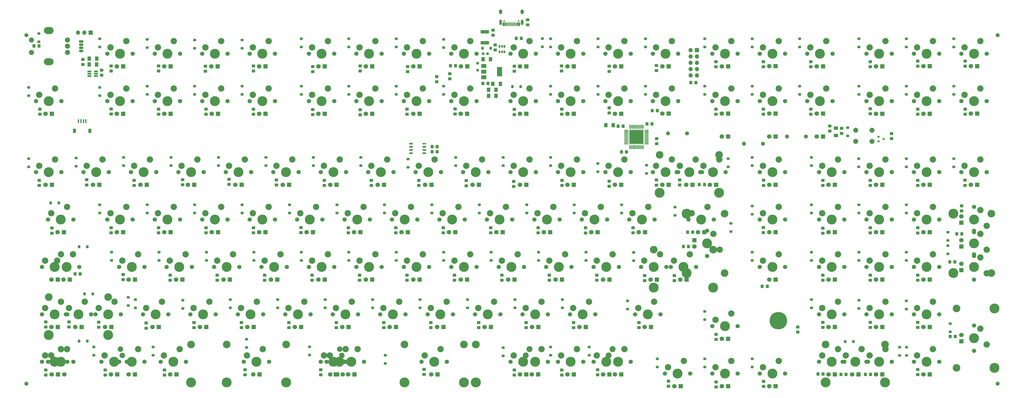
<source format=gbr>
G04 #@! TF.GenerationSoftware,KiCad,Pcbnew,(6.0.0)*
G04 #@! TF.CreationDate,2022-01-14T13:14:56-05:00*
G04 #@! TF.ProjectId,Boston-keyboard-V06-1J,426f7374-6f6e-42d6-9b65-79626f617264,rev?*
G04 #@! TF.SameCoordinates,Original*
G04 #@! TF.FileFunction,Soldermask,Bot*
G04 #@! TF.FilePolarity,Negative*
%FSLAX46Y46*%
G04 Gerber Fmt 4.6, Leading zero omitted, Abs format (unit mm)*
G04 Created by KiCad (PCBNEW (6.0.0)) date 2022-01-14 13:14:56*
%MOMM*%
%LPD*%
G01*
G04 APERTURE LIST*
G04 Aperture macros list*
%AMRoundRect*
0 Rectangle with rounded corners*
0 $1 Rounding radius*
0 $2 $3 $4 $5 $6 $7 $8 $9 X,Y pos of 4 corners*
0 Add a 4 corners polygon primitive as box body*
4,1,4,$2,$3,$4,$5,$6,$7,$8,$9,$2,$3,0*
0 Add four circle primitives for the rounded corners*
1,1,$1+$1,$2,$3*
1,1,$1+$1,$4,$5*
1,1,$1+$1,$6,$7*
1,1,$1+$1,$8,$9*
0 Add four rect primitives between the rounded corners*
20,1,$1+$1,$2,$3,$4,$5,0*
20,1,$1+$1,$4,$5,$6,$7,0*
20,1,$1+$1,$6,$7,$8,$9,0*
20,1,$1+$1,$8,$9,$2,$3,0*%
G04 Aperture macros list end*
%ADD10R,1.800000X1.800000*%
%ADD11C,1.800000*%
%ADD12R,2.200000X1.800000*%
%ADD13C,0.800000*%
%ADD14C,7.000000*%
%ADD15C,1.600000*%
%ADD16O,1.600000X1.600000*%
%ADD17C,1.596000*%
%ADD18R,1.700000X1.700000*%
%ADD19O,1.700000X1.700000*%
%ADD20O,2.768600X1.651000*%
%ADD21C,1.016000*%
%ADD22C,2.032000*%
%ADD23O,3.900000X2.799999*%
%ADD24R,1.800000X1.070000*%
%ADD25O,1.800000X1.070000*%
%ADD26RoundRect,0.249999X-0.325001X-0.450001X0.325001X-0.450001X0.325001X0.450001X-0.325001X0.450001X0*%
%ADD27RoundRect,0.250000X-0.350000X0.250000X-0.350000X-0.250000X0.350000X-0.250000X0.350000X0.250000X0*%
%ADD28C,3.987800*%
%ADD29C,1.701800*%
%ADD30C,2.540000*%
%ADD31RoundRect,0.249999X0.325001X0.450001X-0.325001X0.450001X-0.325001X-0.450001X0.325001X-0.450001X0*%
%ADD32RoundRect,0.250001X-0.462499X-0.624999X0.462499X-0.624999X0.462499X0.624999X-0.462499X0.624999X0*%
%ADD33RoundRect,0.249999X-0.450001X0.325001X-0.450001X-0.325001X0.450001X-0.325001X0.450001X0.325001X0*%
%ADD34C,3.048000*%
%ADD35RoundRect,0.250000X-0.450000X0.325000X-0.450000X-0.325000X0.450000X-0.325000X0.450000X0.325000X0*%
%ADD36RoundRect,0.250000X0.325000X0.450000X-0.325000X0.450000X-0.325000X-0.450000X0.325000X-0.450000X0*%
%ADD37RoundRect,0.250000X0.250000X0.350000X-0.250000X0.350000X-0.250000X-0.350000X0.250000X-0.350000X0*%
%ADD38C,2.400000*%
%ADD39RoundRect,0.249999X0.450001X-0.325001X0.450001X0.325001X-0.450001X0.325001X-0.450001X-0.325001X0*%
%ADD40R,2.000000X1.500000*%
%ADD41R,2.000000X3.800000*%
%ADD42R,1.550000X0.600000*%
%ADD43RoundRect,0.300000X0.475000X0.000000X-0.475000X0.000000X-0.475000X0.000000X0.475000X0.000000X0*%
%ADD44R,1.100000X1.100000*%
%ADD45C,2.200000*%
%ADD46C,0.650000*%
%ADD47RoundRect,0.150000X-0.150000X-0.575000X0.150000X-0.575000X0.150000X0.575000X-0.150000X0.575000X0*%
%ADD48RoundRect,0.075000X-0.075000X-0.650000X0.075000X-0.650000X0.075000X0.650000X-0.075000X0.650000X0*%
%ADD49O,1.300000X1.900000*%
%ADD50O,1.100000X2.200000*%
%ADD51RoundRect,0.237500X0.287500X0.237500X-0.287500X0.237500X-0.287500X-0.237500X0.287500X-0.237500X0*%
%ADD52RoundRect,0.250001X-0.624999X0.462499X-0.624999X-0.462499X0.624999X-0.462499X0.624999X0.462499X0*%
%ADD53C,2.000000*%
%ADD54O,5.000000X1.701800*%
%ADD55RoundRect,0.250000X0.450000X-0.325000X0.450000X0.325000X-0.450000X0.325000X-0.450000X-0.325000X0*%
%ADD56RoundRect,0.250000X-0.250000X-0.350000X0.250000X-0.350000X0.250000X0.350000X-0.250000X0.350000X0*%
%ADD57RoundRect,0.075000X0.662500X0.075000X-0.662500X0.075000X-0.662500X-0.075000X0.662500X-0.075000X0*%
%ADD58RoundRect,0.075000X0.075000X0.662500X-0.075000X0.662500X-0.075000X-0.662500X0.075000X-0.662500X0*%
%ADD59RoundRect,0.250000X-0.325000X-0.450000X0.325000X-0.450000X0.325000X0.450000X-0.325000X0.450000X0*%
%ADD60RoundRect,0.250000X1.450000X-0.400000X1.450000X0.400000X-1.450000X0.400000X-1.450000X-0.400000X0*%
%ADD61R,1.560000X0.650000*%
%ADD62R,0.600000X1.550000*%
%ADD63C,0.500000*%
%ADD64R,1.200000X1.800000*%
%ADD65RoundRect,0.062500X0.375000X0.062500X-0.375000X0.062500X-0.375000X-0.062500X0.375000X-0.062500X0*%
%ADD66RoundRect,0.062500X0.062500X0.375000X-0.062500X0.375000X-0.062500X-0.375000X0.062500X-0.375000X0*%
%ADD67R,5.600000X5.600000*%
%ADD68R,0.900000X0.800000*%
%ADD69R,0.650000X1.060000*%
G04 APERTURE END LIST*
D10*
X69657600Y-168280000D03*
D11*
X72197600Y-168280000D03*
D12*
X181420000Y-168280000D03*
D11*
X183960000Y-168280000D03*
D10*
X381595000Y-130180000D03*
D11*
X379055000Y-130180000D03*
D10*
X181570000Y-92080000D03*
D11*
X179030000Y-92080000D03*
D10*
X419695000Y-168280000D03*
D11*
X417155000Y-168280000D03*
D13*
X360749655Y-144793345D03*
X358893500Y-149274500D03*
X361518500Y-146649500D03*
X357037345Y-148505655D03*
X357037345Y-144793345D03*
X358893500Y-144024500D03*
X360749655Y-148505655D03*
D14*
X358893500Y-146649500D03*
D13*
X356268500Y-146649500D03*
D10*
X253007500Y-130180000D03*
D11*
X250467500Y-130180000D03*
D10*
X69657600Y-168280000D03*
D11*
X67117600Y-168280000D03*
D10*
X238720000Y-92080000D03*
D11*
X236180000Y-92080000D03*
D10*
X152995000Y-111130000D03*
D11*
X150455000Y-111130000D03*
D10*
X333970000Y-92080000D03*
D11*
X331430000Y-92080000D03*
D10*
X167282500Y-149230000D03*
D11*
X164742500Y-149230000D03*
D10*
X233957500Y-63505000D03*
D11*
X231417500Y-63505000D03*
D10*
X338732500Y-153992500D03*
D11*
X336192500Y-153992500D03*
D10*
X419695000Y-92080000D03*
D11*
X417155000Y-92080000D03*
D10*
X438745000Y-44429600D03*
D11*
X436205000Y-44429600D03*
D10*
X114895000Y-63505000D03*
D11*
X112355000Y-63505000D03*
D10*
X195857500Y-44455000D03*
D11*
X193317500Y-44455000D03*
D10*
X114895000Y-111130000D03*
D11*
X112355000Y-111130000D03*
D10*
X400645000Y-63530400D03*
D11*
X398105000Y-63530400D03*
D10*
X419695000Y-44429600D03*
D11*
X417155000Y-44429600D03*
D10*
X381595000Y-149230000D03*
D11*
X379055000Y-149230000D03*
D10*
X276820000Y-168280000D03*
D11*
X274280000Y-168280000D03*
D10*
X233995600Y-44455000D03*
D11*
X231455600Y-44455000D03*
D10*
X432395000Y-107320000D03*
D11*
X432395000Y-104780000D03*
D10*
X138707500Y-130180000D03*
D11*
X136167500Y-130180000D03*
D10*
X210145000Y-111130000D03*
D11*
X207605000Y-111130000D03*
D10*
X314915000Y-92062500D03*
D11*
X312375000Y-92062500D03*
D10*
X257770000Y-44455000D03*
D11*
X255230000Y-44455000D03*
D10*
X329207500Y-111130000D03*
D11*
X326667500Y-111130000D03*
D10*
X67270000Y-92080000D03*
D11*
X64730000Y-92080000D03*
D10*
X357782500Y-111130000D03*
D11*
X355242500Y-111130000D03*
D10*
X91082500Y-149230000D03*
D11*
X88542500Y-149230000D03*
D10*
X381595000Y-92080000D03*
D11*
X379055000Y-92080000D03*
D10*
X119657500Y-130180000D03*
D11*
X117117500Y-130180000D03*
D10*
X419695000Y-149230000D03*
D11*
X417155000Y-149230000D03*
D10*
X257770000Y-63505000D03*
D11*
X255230000Y-63505000D03*
D10*
X314920000Y-63500000D03*
D11*
X312380000Y-63500000D03*
D10*
X438745000Y-63479600D03*
D11*
X436205000Y-63479600D03*
D10*
X338732500Y-72712500D03*
D11*
X336192500Y-72712500D03*
D10*
X432395000Y-116845000D03*
D11*
X432395000Y-114305000D03*
D10*
X219670000Y-92080000D03*
D11*
X217130000Y-92080000D03*
D10*
X69651250Y-130180000D03*
D11*
X67111250Y-130180000D03*
D10*
X114895000Y-44455000D03*
D11*
X112355000Y-44455000D03*
D10*
X432395000Y-154945000D03*
D11*
X432395000Y-152405000D03*
D10*
X152995000Y-44455000D03*
D11*
X150455000Y-44455000D03*
D10*
X205382500Y-149230000D03*
D11*
X202842500Y-149230000D03*
D10*
X214907500Y-44455000D03*
D11*
X212367500Y-44455000D03*
D10*
X105370000Y-92080000D03*
D11*
X102830000Y-92080000D03*
D10*
X295870000Y-63505000D03*
D11*
X293330000Y-63505000D03*
D15*
X352700000Y-75600000D03*
D16*
X345080000Y-75600000D03*
D10*
X338745200Y-44455000D03*
D11*
X336205200Y-44455000D03*
D10*
X200620000Y-92080000D03*
D11*
X198080000Y-92080000D03*
D10*
X419695000Y-63530400D03*
D11*
X417155000Y-63530400D03*
D10*
X93463750Y-168280000D03*
D11*
X90923750Y-168280000D03*
D10*
X438745000Y-92080000D03*
D11*
X436205000Y-92080000D03*
D10*
X186332500Y-149230000D03*
D11*
X183792500Y-149230000D03*
D10*
X276820000Y-92080000D03*
D11*
X274280000Y-92080000D03*
D12*
X181570000Y-168280000D03*
D11*
X179030000Y-168280000D03*
D10*
X357782500Y-130180000D03*
D11*
X355242500Y-130180000D03*
D17*
X447000000Y-32000000D03*
D10*
X357782500Y-72712500D03*
D11*
X355242500Y-72712500D03*
D10*
X338732500Y-63500000D03*
D11*
X336192500Y-63500000D03*
D10*
X95845000Y-63505000D03*
D11*
X93305000Y-63505000D03*
D10*
X176807500Y-44455000D03*
D11*
X174267500Y-44455000D03*
D10*
X172045000Y-111130000D03*
D11*
X169505000Y-111130000D03*
D10*
X176807500Y-63505000D03*
D11*
X174267500Y-63505000D03*
D10*
X176807500Y-130180000D03*
D11*
X174267500Y-130180000D03*
D10*
X381595000Y-168280000D03*
D11*
X379055000Y-168280000D03*
D10*
X276820000Y-63505000D03*
D11*
X274280000Y-63505000D03*
D10*
X325238750Y-114305000D03*
D11*
X325238750Y-116845000D03*
D10*
X100594800Y-168305400D03*
D11*
X98054800Y-168305400D03*
D10*
X69651250Y-149230000D03*
D11*
X67111250Y-149230000D03*
D10*
X400645000Y-130180000D03*
D11*
X398105000Y-130180000D03*
D10*
X150609000Y-168262000D03*
D11*
X148069000Y-168262000D03*
D10*
X222060000Y-168265000D03*
D11*
X219520000Y-168265000D03*
D10*
X162520000Y-92080000D03*
D11*
X159980000Y-92080000D03*
D10*
X248245000Y-111130000D03*
D11*
X245705000Y-111130000D03*
D10*
X400645000Y-149230000D03*
D11*
X398105000Y-149230000D03*
D10*
X400645000Y-92080000D03*
D11*
X398105000Y-92080000D03*
D18*
X82825000Y-30950000D03*
D19*
X80285000Y-30950000D03*
X77745000Y-30950000D03*
D10*
X95845000Y-44455000D03*
D11*
X93305000Y-44455000D03*
D17*
X57000000Y-172000000D03*
D10*
X257770000Y-92080000D03*
D11*
X255230000Y-92080000D03*
D10*
X291094800Y-168280000D03*
D11*
X288554800Y-168280000D03*
D10*
X157757500Y-130180000D03*
D11*
X155217500Y-130180000D03*
D10*
X191095000Y-111130000D03*
D11*
X188555000Y-111130000D03*
D10*
X400645000Y-44480400D03*
D11*
X398105000Y-44480400D03*
D10*
X110132500Y-149230000D03*
D11*
X107592500Y-149230000D03*
D10*
X67270000Y-63530400D03*
D11*
X64730000Y-63530400D03*
D10*
X357800000Y-63500000D03*
D11*
X355260000Y-63500000D03*
D10*
X319682500Y-173042500D03*
D11*
X317142500Y-173042500D03*
D10*
X262519800Y-168254600D03*
D11*
X259979800Y-168254600D03*
D10*
X295870000Y-168280000D03*
D11*
X293330000Y-168280000D03*
D10*
X322063750Y-130180000D03*
D11*
X319523750Y-130180000D03*
D10*
X276820000Y-44455000D03*
D11*
X274280000Y-44455000D03*
D10*
X357782500Y-92080000D03*
D11*
X355242500Y-92080000D03*
D10*
X224432500Y-149230000D03*
D11*
X221892500Y-149230000D03*
D10*
X229195000Y-111130000D03*
D11*
X226655000Y-111130000D03*
D10*
X357782500Y-173042500D03*
D11*
X355242500Y-173042500D03*
D10*
X133818000Y-44455000D03*
D11*
X131278000Y-44455000D03*
D17*
X57000000Y-32000000D03*
D10*
X262532500Y-149230000D03*
D11*
X259992500Y-149230000D03*
D10*
X432395000Y-126370000D03*
D11*
X432395000Y-123830000D03*
D10*
X188707400Y-168280000D03*
D11*
X186167400Y-168280000D03*
D10*
X324445000Y-92080000D03*
D11*
X321905000Y-92080000D03*
D10*
X100607500Y-130180000D03*
D11*
X98067500Y-130180000D03*
D10*
X376832500Y-63500000D03*
D11*
X374292500Y-63500000D03*
D10*
X419695000Y-130180000D03*
D11*
X417155000Y-130180000D03*
D10*
X419695000Y-111130000D03*
D11*
X417155000Y-111130000D03*
D10*
X72032500Y-111130000D03*
D11*
X69492500Y-111130000D03*
D10*
X291107500Y-130180000D03*
D11*
X288567500Y-130180000D03*
D10*
X338732500Y-173042500D03*
D11*
X336192500Y-173042500D03*
D10*
X286345000Y-111130000D03*
D11*
X283805000Y-111130000D03*
D20*
X66000000Y-30125000D03*
D21*
X59000000Y-38875000D03*
X73500000Y-33875000D03*
X73500000Y-38875000D03*
X73500000Y-36375000D03*
D20*
X66000000Y-42625000D03*
D21*
X59000000Y-33875000D03*
D22*
X73500000Y-38875000D03*
X73500000Y-33875000D03*
X73500000Y-36375000D03*
D23*
X66000000Y-30125000D03*
X66000000Y-42625000D03*
D22*
X59000000Y-38875000D03*
X59000000Y-33875000D03*
D10*
X307776250Y-149230000D03*
D11*
X305236250Y-149230000D03*
D10*
X152995000Y-63505000D03*
D11*
X150455000Y-63505000D03*
D10*
X272057500Y-130180000D03*
D11*
X269517500Y-130180000D03*
D10*
X124420000Y-92080000D03*
D11*
X121880000Y-92080000D03*
D10*
X233957500Y-130180000D03*
D11*
X231417500Y-130180000D03*
D10*
X117282600Y-168280000D03*
D11*
X114742600Y-168280000D03*
D10*
X314920000Y-44455000D03*
D11*
X312380000Y-44455000D03*
D10*
X257770000Y-168280000D03*
D11*
X255230000Y-168280000D03*
D10*
X133945000Y-63505000D03*
D11*
X131405000Y-63505000D03*
D10*
X129182500Y-149230000D03*
D11*
X126642500Y-149230000D03*
D10*
X305395000Y-111130000D03*
D11*
X302855000Y-111130000D03*
D10*
X295870000Y-44455000D03*
D11*
X293330000Y-44455000D03*
D15*
X370000000Y-72700000D03*
D16*
X362380000Y-72700000D03*
D10*
X214907500Y-130180000D03*
D11*
X212367500Y-130180000D03*
D10*
X79176250Y-149230000D03*
D11*
X76636250Y-149230000D03*
D10*
X400645000Y-168280000D03*
D11*
X398105000Y-168280000D03*
D10*
X281582500Y-149230000D03*
D11*
X279042500Y-149230000D03*
D10*
X357782500Y-44429600D03*
D11*
X355242500Y-44429600D03*
D10*
X143470000Y-92080000D03*
D11*
X140930000Y-92080000D03*
D10*
X391120000Y-168280000D03*
D11*
X388580000Y-168280000D03*
D10*
X310157500Y-130180000D03*
D11*
X307617500Y-130180000D03*
D10*
X295870000Y-92080000D03*
D11*
X293330000Y-92080000D03*
D10*
X95845000Y-111130000D03*
D11*
X93305000Y-111130000D03*
D18*
X326250000Y-38000000D03*
D19*
X323710000Y-38000000D03*
X326250000Y-40540000D03*
X323710000Y-40540000D03*
X326250000Y-43080000D03*
X323710000Y-43080000D03*
X326250000Y-45620000D03*
X323710000Y-45620000D03*
X326250000Y-48160000D03*
X323710000Y-48160000D03*
D24*
X79000000Y-34470000D03*
D25*
X79000000Y-35740000D03*
X79000000Y-37010000D03*
X79000000Y-38280000D03*
D10*
X74413750Y-130180000D03*
D11*
X71873750Y-130180000D03*
D10*
X214907500Y-63505000D03*
D11*
X212367500Y-63505000D03*
D10*
X376832500Y-72712500D03*
D11*
X374292500Y-72712500D03*
D15*
X322220000Y-71400000D03*
D16*
X314600000Y-71400000D03*
D10*
X376832500Y-44480400D03*
D11*
X374292500Y-44480400D03*
D10*
X86320000Y-92080000D03*
D11*
X83780000Y-92080000D03*
D10*
X267295000Y-111130000D03*
D11*
X264755000Y-111130000D03*
D10*
X243482500Y-149230000D03*
D11*
X240942500Y-149230000D03*
D10*
X133945000Y-111130000D03*
D11*
X131405000Y-111130000D03*
D10*
X195857500Y-130180000D03*
D11*
X193317500Y-130180000D03*
D10*
X381595000Y-111130000D03*
D11*
X379055000Y-111130000D03*
D17*
X447000000Y-172000000D03*
D10*
X148232500Y-149230000D03*
D11*
X145692500Y-149230000D03*
D10*
X195857500Y-63505000D03*
D11*
X193317500Y-63505000D03*
D10*
X400645000Y-111130000D03*
D11*
X398105000Y-111130000D03*
D26*
X374855000Y-168121250D03*
X376905000Y-168121250D03*
D27*
X124578750Y-100113750D03*
X124578750Y-103413750D03*
D28*
X275550000Y-87000000D03*
D29*
X280630000Y-87000000D03*
X270470000Y-87000000D03*
D30*
X278090000Y-81920000D03*
X271740000Y-84460000D03*
D31*
X78625000Y-127900000D03*
X76575000Y-127900000D03*
D32*
X244312500Y-51555000D03*
X247287500Y-51555000D03*
D33*
X148153125Y-109311250D03*
X148153125Y-111361250D03*
D34*
X401788000Y-156215000D03*
D28*
X401788000Y-171455000D03*
D34*
X377912000Y-156215000D03*
D29*
X394930000Y-163200000D03*
X384770000Y-163200000D03*
D28*
X377912000Y-171455000D03*
X389850000Y-163200000D03*
D30*
X392390000Y-158120000D03*
X386040000Y-160660000D03*
D32*
X240412500Y-41625000D03*
X243387500Y-41625000D03*
D27*
X238878750Y-100113750D03*
X238878750Y-103413750D03*
D35*
X258250000Y-25800000D03*
X258250000Y-27850000D03*
D36*
X242325000Y-51375000D03*
X240275000Y-51375000D03*
D37*
X255450000Y-52600000D03*
X252150000Y-52600000D03*
D36*
X221955000Y-78800000D03*
X219905000Y-78800000D03*
D27*
X97908750Y-137261250D03*
X97908750Y-140561250D03*
D29*
X256817500Y-125100000D03*
D28*
X251737500Y-125100000D03*
D29*
X246657500Y-125100000D03*
D30*
X254277500Y-120020000D03*
X247927500Y-122560000D03*
D33*
X262453125Y-109311250D03*
X262453125Y-111361250D03*
D27*
X286503750Y-52488750D03*
X286503750Y-55788750D03*
D33*
X157440000Y-90102500D03*
X157440000Y-92152500D03*
D29*
X413345000Y-163200000D03*
X423505000Y-163200000D03*
D28*
X418425000Y-163200000D03*
D30*
X420965000Y-158120000D03*
X414615000Y-160660000D03*
D33*
X67220000Y-109470000D03*
X67220000Y-111520000D03*
X252690000Y-90737500D03*
X252690000Y-92787500D03*
D29*
X261580000Y-163200000D03*
D28*
X256500000Y-163200000D03*
D29*
X251420000Y-163200000D03*
D38*
X259040000Y-158120000D03*
D30*
X252690000Y-160660000D03*
D39*
X290975000Y-46500000D03*
X290975000Y-44450000D03*
D33*
X190777500Y-128361250D03*
X190777500Y-130411250D03*
D27*
X224591250Y-52488750D03*
X224591250Y-55788750D03*
D39*
X252925000Y-46450000D03*
X252925000Y-44400000D03*
D33*
X276740625Y-147411250D03*
X276740625Y-149461250D03*
D29*
X99655000Y-58425000D03*
X89495000Y-58425000D03*
D28*
X94575000Y-58425000D03*
D30*
X97115000Y-53345000D03*
X90765000Y-55885000D03*
D29*
X299045000Y-106050000D03*
X309205000Y-106050000D03*
D28*
X304125000Y-106050000D03*
D30*
X306665000Y-100970000D03*
X300315000Y-103510000D03*
D40*
X240650000Y-48925000D03*
X240650000Y-46625000D03*
D41*
X246950000Y-46625000D03*
D40*
X240650000Y-44325000D03*
D27*
X276978750Y-100113750D03*
X276978750Y-103413750D03*
D29*
X218717500Y-39375000D03*
D28*
X213637500Y-39375000D03*
D29*
X208557500Y-39375000D03*
D30*
X216177500Y-34295000D03*
X209827500Y-36835000D03*
D33*
X414853125Y-61686250D03*
X414853125Y-63736250D03*
D27*
X348416250Y-81063750D03*
X348416250Y-84363750D03*
D33*
X171727500Y-128361250D03*
X171727500Y-130411250D03*
X209827500Y-128361250D03*
X209827500Y-130411250D03*
D27*
X57903750Y-52965000D03*
X57903750Y-56265000D03*
D42*
X216800000Y-75585000D03*
D43*
X216800000Y-76855000D03*
X216800000Y-78125000D03*
X216800000Y-79395000D03*
X211400000Y-79395000D03*
X211400000Y-78125000D03*
X211400000Y-76855000D03*
X211400000Y-75585000D03*
D29*
X437475000Y-111130000D03*
D28*
X437475000Y-106050000D03*
D29*
X437475000Y-100970000D03*
D30*
X442555000Y-108590000D03*
X440015000Y-102240000D03*
D35*
X87200000Y-46000000D03*
X87200000Y-48050000D03*
D29*
X342542500Y-58425000D03*
X332382500Y-58425000D03*
D28*
X337462500Y-58425000D03*
D30*
X340002500Y-53345000D03*
X333652500Y-55885000D03*
D29*
X351432500Y-125100000D03*
D28*
X356512500Y-125100000D03*
D29*
X361592500Y-125100000D03*
D30*
X359052500Y-120020000D03*
X352702500Y-122560000D03*
D27*
X348416250Y-33438750D03*
X348416250Y-36738750D03*
D29*
X351432500Y-106050000D03*
X361592500Y-106050000D03*
D28*
X356512500Y-106050000D03*
D30*
X359052500Y-100970000D03*
X352702500Y-103510000D03*
D27*
X76953750Y-81318750D03*
X76953750Y-84618750D03*
D33*
X243403125Y-109311250D03*
X243403125Y-111361250D03*
D27*
X115053750Y-81063750D03*
X115053750Y-84363750D03*
D33*
X152677500Y-128361250D03*
X152677500Y-130411250D03*
X352940625Y-42636250D03*
X352940625Y-44686250D03*
D44*
X238150000Y-43225000D03*
X238150000Y-46025000D03*
D27*
X205541250Y-52488750D03*
X205541250Y-55788750D03*
D32*
X82262500Y-41325000D03*
X85237500Y-41325000D03*
D28*
X418425000Y-125100000D03*
D29*
X423505000Y-125100000D03*
X413345000Y-125100000D03*
D30*
X420965000Y-120020000D03*
X414615000Y-122560000D03*
D29*
X97273750Y-163200000D03*
D28*
X92193750Y-163200000D03*
D29*
X87113750Y-163200000D03*
D45*
X94733750Y-158120000D03*
D30*
X88383750Y-160660000D03*
D28*
X89844250Y-152405000D03*
D29*
X72826250Y-144150000D03*
D34*
X89844250Y-137165000D03*
D29*
X82986250Y-144150000D03*
D34*
X65968250Y-137165000D03*
D28*
X77906250Y-144150000D03*
X65968250Y-152405000D03*
D30*
X80446250Y-139070000D03*
X74096250Y-141610000D03*
D27*
X243641250Y-119163750D03*
X243641250Y-122463750D03*
D29*
X142517500Y-125100000D03*
D28*
X137437500Y-125100000D03*
D29*
X132357500Y-125100000D03*
D30*
X139977500Y-120020000D03*
X133627500Y-122560000D03*
D33*
X433903125Y-42398125D03*
X433903125Y-44448125D03*
D28*
X294600000Y-39375000D03*
D29*
X299680000Y-39375000D03*
X289520000Y-39375000D03*
D30*
X297140000Y-34295000D03*
X290790000Y-36835000D03*
D33*
X219352500Y-147411250D03*
X219352500Y-149461250D03*
D28*
X327937500Y-106050000D03*
D29*
X322857500Y-106050000D03*
X333017500Y-106050000D03*
D30*
X330477500Y-100970000D03*
X324127500Y-103510000D03*
D28*
X127912500Y-144150000D03*
D29*
X132992500Y-144150000D03*
X122832500Y-144150000D03*
D30*
X130452500Y-139070000D03*
X124102500Y-141610000D03*
D39*
X271900000Y-46375000D03*
X271900000Y-44325000D03*
D27*
X329366250Y-33438750D03*
X329366250Y-36738750D03*
D28*
X261262500Y-144150000D03*
D29*
X266342500Y-144150000D03*
X256182500Y-144150000D03*
D30*
X263802500Y-139070000D03*
X257452500Y-141610000D03*
D28*
X68381250Y-144150000D03*
D29*
X63301250Y-144150000D03*
X73461250Y-144150000D03*
D30*
X70921250Y-139070000D03*
X64571250Y-141610000D03*
D29*
X208557500Y-125100000D03*
X218717500Y-125100000D03*
D28*
X213637500Y-125100000D03*
D30*
X216177500Y-120020000D03*
X209827500Y-122560000D03*
D27*
X172203750Y-81063750D03*
X172203750Y-84363750D03*
D28*
X180300000Y-87000000D03*
D29*
X175220000Y-87000000D03*
X185380000Y-87000000D03*
D30*
X182840000Y-81920000D03*
X176490000Y-84460000D03*
D33*
X302934375Y-147411250D03*
X302934375Y-149461250D03*
D28*
X332731964Y-133355000D03*
X308855964Y-133355000D03*
D29*
X325873964Y-125100000D03*
X315713964Y-125100000D03*
D34*
X332731964Y-118115000D03*
D28*
X320793964Y-125100000D03*
D34*
X308855964Y-118115000D03*
D30*
X323333964Y-120020000D03*
X316983964Y-122560000D03*
D33*
X81240000Y-90075000D03*
X81240000Y-92125000D03*
D27*
X219828750Y-100113750D03*
X219828750Y-103413750D03*
D29*
X289520000Y-87000000D03*
D28*
X294600000Y-87000000D03*
D29*
X299680000Y-87000000D03*
D30*
X297140000Y-81920000D03*
X290790000Y-84460000D03*
D33*
X228877500Y-128361250D03*
X228877500Y-130411250D03*
D35*
X309950000Y-90165000D03*
X309950000Y-92215000D03*
D36*
X255725000Y-33250000D03*
X253675000Y-33250000D03*
D28*
X151725000Y-58425000D03*
D29*
X156805000Y-58425000D03*
X146645000Y-58425000D03*
D30*
X154265000Y-53345000D03*
X147915000Y-55885000D03*
D33*
X110053125Y-109311250D03*
X110053125Y-111361250D03*
D29*
X199667500Y-125100000D03*
D28*
X194587500Y-125100000D03*
D29*
X189507500Y-125100000D03*
D30*
X197127500Y-120020000D03*
X190777500Y-122560000D03*
D33*
X333900000Y-171325000D03*
X333900000Y-173375000D03*
X138390000Y-89857500D03*
X138390000Y-91907500D03*
D27*
X57903750Y-81540000D03*
X57903750Y-84840000D03*
D33*
X64809375Y-147173125D03*
X64809375Y-149223125D03*
D29*
X251420160Y-39375000D03*
X261580160Y-39375000D03*
D28*
X256500160Y-39375000D03*
D30*
X259040160Y-34295000D03*
X252690160Y-36835000D03*
D33*
X414850000Y-166325000D03*
X414850000Y-168375000D03*
D27*
X167441250Y-119163750D03*
X167441250Y-122463750D03*
D28*
X218400000Y-87000000D03*
D29*
X223480000Y-87000000D03*
X213320000Y-87000000D03*
D30*
X220940000Y-81920000D03*
X214590000Y-84460000D03*
D29*
X442555000Y-87000000D03*
D28*
X437475000Y-87000000D03*
D29*
X432395000Y-87000000D03*
D30*
X440015000Y-81920000D03*
X433665000Y-84460000D03*
D27*
X298410000Y-138690000D03*
X298410000Y-141990000D03*
D39*
X110053125Y-46353125D03*
X110053125Y-44303125D03*
D27*
X410328750Y-100113750D03*
X410328750Y-103413750D03*
D26*
X320800625Y-116924375D03*
X322850625Y-116924375D03*
D36*
X296625000Y-68500000D03*
X294575000Y-68500000D03*
D39*
X210060000Y-46630000D03*
X210060000Y-44580000D03*
D29*
X108545000Y-106050000D03*
D28*
X113625000Y-106050000D03*
D29*
X118705000Y-106050000D03*
D30*
X116165000Y-100970000D03*
X109815000Y-103510000D03*
D33*
X352940625Y-109238750D03*
X352940625Y-111288750D03*
D29*
X284757500Y-163200000D03*
X294917500Y-163200000D03*
D28*
X289837500Y-163200000D03*
D38*
X292377500Y-158120000D03*
D30*
X286027500Y-160660000D03*
D28*
X189825000Y-106050000D03*
D29*
X194905000Y-106050000D03*
X184745000Y-106050000D03*
D30*
X192365000Y-100970000D03*
X186015000Y-103510000D03*
D27*
X61975000Y-31275000D03*
X61975000Y-34575000D03*
D33*
X281503125Y-109383750D03*
X281503125Y-111433750D03*
D29*
X113942500Y-144150000D03*
X103782500Y-144150000D03*
D28*
X108862500Y-144150000D03*
D30*
X111402500Y-139070000D03*
X105052500Y-141610000D03*
D29*
X404455000Y-144150000D03*
D28*
X399375000Y-144150000D03*
D29*
X394295000Y-144150000D03*
D30*
X401915000Y-139070000D03*
X395565000Y-141610000D03*
D33*
X129103125Y-61686250D03*
X129103125Y-63736250D03*
X353020000Y-171075000D03*
X353020000Y-173125000D03*
D29*
X179982500Y-144150000D03*
D28*
X185062500Y-144150000D03*
D29*
X190142500Y-144150000D03*
D30*
X187602500Y-139070000D03*
X181252500Y-141610000D03*
D27*
X367466250Y-33438750D03*
X367466250Y-36738750D03*
D29*
X79970000Y-87000000D03*
X90130000Y-87000000D03*
D28*
X85050000Y-87000000D03*
D30*
X87590000Y-81920000D03*
X81240000Y-84460000D03*
D33*
X95819600Y-128139000D03*
X95819600Y-130189000D03*
D29*
X318730000Y-87000000D03*
D28*
X313650000Y-87000000D03*
D29*
X308570000Y-87000000D03*
D30*
X316190000Y-81920000D03*
X309840000Y-84460000D03*
D27*
X143628750Y-33915000D03*
X143628750Y-37215000D03*
D33*
X352950000Y-90250000D03*
X352950000Y-92300000D03*
X395803125Y-61520625D03*
X395803125Y-63570625D03*
D29*
X128230000Y-87000000D03*
D28*
X123150000Y-87000000D03*
D29*
X118070000Y-87000000D03*
D30*
X125690000Y-81920000D03*
X119340000Y-84460000D03*
D33*
X91003125Y-61613750D03*
X91003125Y-63663750D03*
X333890625Y-42636250D03*
X333890625Y-44686250D03*
D35*
X366700000Y-149200000D03*
X366700000Y-151250000D03*
D27*
X427930000Y-147890000D03*
X427930000Y-151190000D03*
D29*
X413345000Y-87000000D03*
X423505000Y-87000000D03*
D28*
X418425000Y-87000000D03*
D30*
X420965000Y-81920000D03*
X414615000Y-84460000D03*
D28*
X437475000Y-58425000D03*
D29*
X432395000Y-58425000D03*
X442555000Y-58425000D03*
D30*
X440015000Y-53345000D03*
X433665000Y-55885000D03*
D29*
X199667606Y-39375000D03*
D28*
X194587606Y-39375000D03*
D29*
X189507606Y-39375000D03*
D30*
X197127606Y-34295000D03*
X190777606Y-36835000D03*
D33*
X266977500Y-128361250D03*
X266977500Y-130411250D03*
D29*
X404455000Y-39375000D03*
D28*
X399375000Y-39375000D03*
D29*
X394295000Y-39375000D03*
D30*
X401915000Y-34295000D03*
X395565000Y-36835000D03*
D33*
X86002500Y-147252500D03*
X86002500Y-149302500D03*
X414900000Y-147375000D03*
X414900000Y-149425000D03*
D27*
X205541250Y-33438750D03*
X205541250Y-36738750D03*
D33*
X352940625Y-61686250D03*
X352940625Y-63736250D03*
D29*
X385405000Y-163200000D03*
X375245000Y-163200000D03*
D28*
X380325000Y-163200000D03*
D30*
X382865000Y-158120000D03*
X376515000Y-160660000D03*
D28*
X151725000Y-39375000D03*
D29*
X156805000Y-39375000D03*
X146645000Y-39375000D03*
D30*
X154265000Y-34295000D03*
X147915000Y-36835000D03*
D27*
X317460000Y-101066250D03*
X317460000Y-104366250D03*
D33*
X124340625Y-147411250D03*
X124340625Y-149461250D03*
D27*
X124578750Y-52488750D03*
X124578750Y-55788750D03*
D35*
X79675000Y-41700000D03*
X79675000Y-43750000D03*
D27*
X84097500Y-157263750D03*
X84097500Y-160563750D03*
D33*
X229115625Y-61613750D03*
X229115625Y-63663750D03*
D28*
X270787500Y-125100000D03*
D29*
X275867500Y-125100000D03*
X265707500Y-125100000D03*
D30*
X273327500Y-120020000D03*
X266977500Y-122560000D03*
D33*
X333900000Y-152175000D03*
X333900000Y-154225000D03*
D29*
X237767500Y-58425000D03*
X227607500Y-58425000D03*
D28*
X232687500Y-58425000D03*
D30*
X235227500Y-53345000D03*
X228877500Y-55885000D03*
D46*
X254627000Y-26249000D03*
X248847000Y-26249000D03*
D47*
X248487000Y-27575000D03*
X249287000Y-27575000D03*
D48*
X250487000Y-27575000D03*
X251483000Y-27575000D03*
X251987000Y-27575000D03*
X252987000Y-27575000D03*
D47*
X254987000Y-27575000D03*
X254187000Y-27575000D03*
D48*
X253487000Y-27575000D03*
X252487000Y-27575000D03*
X250987000Y-27575000D03*
X249987000Y-27575000D03*
D49*
X256037000Y-22600000D03*
D50*
X247437000Y-26800000D03*
D49*
X247437000Y-22600000D03*
D50*
X256037000Y-26800000D03*
D28*
X399375000Y-125100000D03*
D29*
X404455000Y-125100000D03*
X394295000Y-125100000D03*
D30*
X401915000Y-120020000D03*
X395565000Y-122560000D03*
D33*
X62428125Y-61686250D03*
X62428125Y-63736250D03*
D28*
X275550000Y-39375000D03*
D29*
X280630000Y-39375000D03*
X270470000Y-39375000D03*
D30*
X278090000Y-34295000D03*
X271740000Y-36835000D03*
D28*
X337462500Y-148912500D03*
D29*
X342542500Y-148912500D03*
X332382500Y-148912500D03*
D30*
X340002500Y-143832500D03*
X333652500Y-146372500D03*
D33*
X186253125Y-109311250D03*
X186253125Y-111361250D03*
D37*
X81461250Y-117003750D03*
X78161250Y-117003750D03*
D33*
X214590000Y-90261250D03*
X214590000Y-92311250D03*
D27*
X348416250Y-162026250D03*
X348416250Y-165326250D03*
D29*
X209192500Y-144150000D03*
D28*
X204112500Y-144150000D03*
D29*
X199032500Y-144150000D03*
D30*
X206652500Y-139070000D03*
X200302500Y-141610000D03*
D34*
X208843250Y-156215000D03*
X232719250Y-156215000D03*
D29*
X225861250Y-163200000D03*
D28*
X208843250Y-171455000D03*
X220781250Y-163200000D03*
D29*
X215701250Y-163200000D03*
D28*
X232719250Y-171455000D03*
D30*
X223321250Y-158120000D03*
X216971250Y-160660000D03*
D27*
X124578750Y-33915000D03*
X124578750Y-37215000D03*
D51*
X242175000Y-39400000D03*
X240425000Y-39400000D03*
D34*
X337303750Y-127513000D03*
D28*
X330318750Y-115575000D03*
D34*
X337303750Y-103637000D03*
D28*
X322063750Y-127513000D03*
D29*
X330318750Y-120655000D03*
X330318750Y-110495000D03*
D28*
X322063750Y-103637000D03*
D30*
X335398750Y-118115000D03*
X332858750Y-111765000D03*
D33*
X271978125Y-61686250D03*
X271978125Y-63736250D03*
D26*
X427718750Y-123036250D03*
X429768750Y-123036250D03*
D27*
X91241250Y-119163750D03*
X91241250Y-122463750D03*
D26*
X322467500Y-111130000D03*
X324517500Y-111130000D03*
D33*
X433850000Y-90250000D03*
X433850000Y-92300000D03*
D27*
X339900000Y-107550000D03*
X339900000Y-110850000D03*
D29*
X170457500Y-58425000D03*
D28*
X175537500Y-58425000D03*
D29*
X180617500Y-58425000D03*
D30*
X178077500Y-53345000D03*
X171727500Y-55885000D03*
D29*
X437475000Y-120020000D03*
D28*
X437475000Y-125100000D03*
D29*
X437475000Y-130180000D03*
D30*
X442555000Y-127640000D03*
X440015000Y-121290000D03*
D29*
X327620000Y-87000000D03*
D28*
X332700000Y-87000000D03*
D29*
X337780000Y-87000000D03*
D30*
X335240000Y-81920000D03*
X328890000Y-84460000D03*
D27*
X119816250Y-138435000D03*
X119816250Y-141735000D03*
D26*
X352425000Y-132875000D03*
X354475000Y-132875000D03*
D33*
X129103125Y-109311250D03*
X129103125Y-111361250D03*
D29*
X187761250Y-163200000D03*
D28*
X182681250Y-163200000D03*
D29*
X177601250Y-163200000D03*
D30*
X185221250Y-158120000D03*
X178871250Y-160660000D03*
D27*
X296028750Y-100113750D03*
X296028750Y-103413750D03*
D33*
X64809375Y-166461250D03*
X64809375Y-168511250D03*
D27*
X86478750Y-52965000D03*
X86478750Y-56265000D03*
D29*
X170457590Y-39375000D03*
D28*
X175537590Y-39375000D03*
D29*
X180617590Y-39375000D03*
D30*
X178077590Y-34295000D03*
X171727590Y-36835000D03*
D28*
X285075000Y-106050000D03*
D29*
X290155000Y-106050000D03*
X279995000Y-106050000D03*
D30*
X287615000Y-100970000D03*
X281265000Y-103510000D03*
D26*
X308275000Y-62275000D03*
X310325000Y-62275000D03*
D33*
X395803125Y-109311250D03*
X395803125Y-111361250D03*
X317140000Y-128545000D03*
X317140000Y-130595000D03*
D29*
X394295000Y-106050000D03*
D28*
X399375000Y-106050000D03*
D29*
X404455000Y-106050000D03*
D30*
X401915000Y-100970000D03*
X395565000Y-103510000D03*
D27*
X329366250Y-142976250D03*
X329366250Y-146276250D03*
D29*
X118705000Y-39375000D03*
D28*
X113625000Y-39375000D03*
D29*
X108545000Y-39375000D03*
D30*
X116165000Y-34295000D03*
X109815000Y-36835000D03*
D52*
X382000000Y-69312500D03*
X382000000Y-72287500D03*
D29*
X227607500Y-125100000D03*
X237767500Y-125100000D03*
D28*
X232687500Y-125100000D03*
D30*
X235227500Y-120020000D03*
X228877500Y-122560000D03*
D27*
X348416250Y-119163750D03*
X348416250Y-122463750D03*
D29*
X127595000Y-106050000D03*
X137755000Y-106050000D03*
D28*
X132675000Y-106050000D03*
D30*
X135215000Y-100970000D03*
X128865000Y-103510000D03*
D29*
X189507500Y-58425000D03*
X199667500Y-58425000D03*
D28*
X194587500Y-58425000D03*
D30*
X197127500Y-53345000D03*
X190777500Y-55885000D03*
D53*
X396500000Y-70170000D03*
X390000000Y-70170000D03*
X390000000Y-74670000D03*
X396500000Y-74670000D03*
D27*
X429378750Y-52488750D03*
X429378750Y-55788750D03*
D28*
X137405750Y-171455000D03*
D29*
X154423750Y-163200000D03*
D28*
X161281750Y-171455000D03*
D34*
X137405750Y-156215000D03*
X161281750Y-156215000D03*
D28*
X149343750Y-163200000D03*
D29*
X144263750Y-163200000D03*
D30*
X151883750Y-158120000D03*
X145533750Y-160660000D03*
D33*
X171965625Y-61851875D03*
X171965625Y-63901875D03*
X162440625Y-147411250D03*
X162440625Y-149461250D03*
X376753125Y-90261250D03*
X376753125Y-92311250D03*
X247927500Y-128361250D03*
X247927500Y-130411250D03*
D28*
X237450000Y-171455000D03*
D54*
X185380000Y-163200000D03*
D29*
X175220000Y-163200000D03*
D34*
X123150000Y-156215000D03*
D28*
X180300000Y-163200000D03*
D34*
X237450000Y-156215000D03*
D28*
X123150000Y-171455000D03*
D45*
X182840000Y-158120000D03*
D30*
X176490000Y-160660000D03*
D33*
X200540625Y-147411250D03*
X200540625Y-149461250D03*
D27*
X306020000Y-84180000D03*
X306020000Y-87480000D03*
X129341250Y-119163750D03*
X129341250Y-122463750D03*
D29*
X394295000Y-163200000D03*
X404455000Y-163200000D03*
D28*
X399375000Y-163200000D03*
D30*
X401915000Y-158120000D03*
X395565000Y-160660000D03*
D55*
X310030000Y-75560000D03*
X310030000Y-73510000D03*
D33*
X114717200Y-128361250D03*
X114717200Y-130411250D03*
D29*
X160932500Y-144150000D03*
X171092500Y-144150000D03*
D28*
X166012500Y-144150000D03*
D30*
X168552500Y-139070000D03*
X162202500Y-141610000D03*
D28*
X337462500Y-167962500D03*
D29*
X332382500Y-167962500D03*
X342542500Y-167962500D03*
D30*
X340002500Y-162882500D03*
X333652500Y-165422500D03*
D29*
X65682500Y-106050000D03*
D28*
X70762500Y-106050000D03*
D29*
X75842500Y-106050000D03*
D30*
X73302500Y-100970000D03*
X66952500Y-103510000D03*
D33*
X395803125Y-128361250D03*
X395803125Y-130411250D03*
X205303125Y-109311250D03*
X205303125Y-111361250D03*
D39*
X191015625Y-46353125D03*
X191015625Y-44303125D03*
D33*
X333890625Y-61686250D03*
X333890625Y-63736250D03*
D27*
X329366250Y-162026250D03*
X329366250Y-165326250D03*
X372228750Y-100113750D03*
X372228750Y-103413750D03*
D29*
X89495000Y-106050000D03*
X99655000Y-106050000D03*
D28*
X94575000Y-106050000D03*
D30*
X97115000Y-100970000D03*
X90765000Y-103510000D03*
D27*
X338800000Y-81550000D03*
X338800000Y-84850000D03*
D33*
X224353125Y-109311250D03*
X224353125Y-111361250D03*
D28*
X66000000Y-58425000D03*
D29*
X71080000Y-58425000D03*
X60920000Y-58425000D03*
D30*
X68540000Y-53345000D03*
X62190000Y-55885000D03*
D29*
X308570000Y-39375000D03*
D28*
X313650000Y-39375000D03*
D29*
X318730000Y-39375000D03*
D30*
X316190000Y-34295000D03*
X309840000Y-36835000D03*
D27*
X176966250Y-138213750D03*
X176966250Y-141513750D03*
X248403750Y-81063750D03*
X248403750Y-84363750D03*
D29*
X361592500Y-167962500D03*
X351432500Y-167962500D03*
D28*
X356512500Y-167962500D03*
D30*
X359052500Y-162882500D03*
X352702500Y-165422500D03*
D28*
X256500000Y-87000000D03*
D29*
X261580000Y-87000000D03*
X251420000Y-87000000D03*
D30*
X259040000Y-81920000D03*
X252690000Y-84460000D03*
D28*
X94575000Y-39375000D03*
D29*
X89495000Y-39375000D03*
X99655000Y-39375000D03*
D30*
X97115000Y-34295000D03*
X90765000Y-36835000D03*
D27*
X138866250Y-138213750D03*
X138866250Y-141513750D03*
D32*
X289642500Y-68085000D03*
X292617500Y-68085000D03*
D28*
X142200000Y-87000000D03*
D29*
X147280000Y-87000000D03*
X137120000Y-87000000D03*
D30*
X144740000Y-81920000D03*
X138390000Y-84460000D03*
D33*
X286027500Y-128361250D03*
X286027500Y-130411250D03*
X271978125Y-166461250D03*
X271978125Y-168511250D03*
D26*
X384062500Y-168280000D03*
X386112500Y-168280000D03*
D33*
X133627500Y-128361250D03*
X133627500Y-130411250D03*
X105052500Y-147649375D03*
X105052500Y-149699375D03*
D27*
X372228750Y-138213750D03*
X372228750Y-141513750D03*
D33*
X167203125Y-109238750D03*
X167203125Y-111288750D03*
D27*
X305553750Y-33438750D03*
X305553750Y-36738750D03*
D29*
X437475000Y-120655000D03*
D28*
X429220000Y-103637000D03*
D29*
X437475000Y-110495000D03*
D28*
X437475000Y-115575000D03*
D34*
X444460000Y-103637000D03*
X444460000Y-127513000D03*
D28*
X429220000Y-127513000D03*
D30*
X442555000Y-118115000D03*
X440015000Y-111765000D03*
D28*
X356512500Y-58425000D03*
D29*
X361592500Y-58425000D03*
X351432500Y-58425000D03*
D30*
X359052500Y-53345000D03*
X352702500Y-55885000D03*
D33*
X395803125Y-42636250D03*
X395803125Y-44686250D03*
D28*
X223162500Y-144150000D03*
D29*
X228242500Y-144150000D03*
X218082500Y-144150000D03*
D30*
X225702500Y-139070000D03*
X219352500Y-141610000D03*
D27*
X391278750Y-52488750D03*
X391278750Y-55788750D03*
X281741250Y-119163750D03*
X281741250Y-122463750D03*
X286410000Y-83485000D03*
X286410000Y-86785000D03*
D33*
X181490625Y-147411250D03*
X181490625Y-149461250D03*
D29*
X351432500Y-39375000D03*
D28*
X356512500Y-39375000D03*
D29*
X361592500Y-39375000D03*
D30*
X359052500Y-34295000D03*
X352702500Y-36835000D03*
D33*
X432450000Y-100535000D03*
X432450000Y-102585000D03*
D27*
X210250000Y-81775000D03*
X210250000Y-85075000D03*
X348416250Y-52488750D03*
X348416250Y-55788750D03*
D33*
X314790000Y-170990000D03*
X314790000Y-173040000D03*
D27*
X267453750Y-157263750D03*
X267453750Y-160563750D03*
D29*
X63301250Y-125100000D03*
X73461250Y-125100000D03*
D28*
X68381250Y-125100000D03*
D30*
X70921250Y-120020000D03*
X64571250Y-122560000D03*
D27*
X224591250Y-33693750D03*
X224591250Y-36993750D03*
D28*
X275550000Y-163200000D03*
D29*
X270470000Y-163200000D03*
X280630000Y-163200000D03*
D30*
X278090000Y-158120000D03*
X271740000Y-160660000D03*
D33*
X195540000Y-90261250D03*
X195540000Y-92311250D03*
X74096250Y-147173125D03*
X74096250Y-149223125D03*
D29*
X75842500Y-163200000D03*
D28*
X70762500Y-163200000D03*
D29*
X65682500Y-163200000D03*
D30*
X73302500Y-158120000D03*
X66952500Y-160660000D03*
D29*
X121086250Y-163200000D03*
D28*
X116006250Y-163200000D03*
D29*
X110926250Y-163200000D03*
D30*
X118546250Y-158120000D03*
X112196250Y-160660000D03*
D28*
X375562500Y-39375000D03*
D29*
X380642500Y-39375000D03*
X370482500Y-39375000D03*
D30*
X378102500Y-34295000D03*
X371752500Y-36835000D03*
D28*
X437475000Y-39375000D03*
D29*
X432395000Y-39375000D03*
X442555000Y-39375000D03*
D30*
X440015000Y-34295000D03*
X433665000Y-36835000D03*
D29*
X313967500Y-125100000D03*
D28*
X308887500Y-125100000D03*
D29*
X303807500Y-125100000D03*
D30*
X311427500Y-120020000D03*
X305077500Y-122560000D03*
D28*
X399375000Y-87000000D03*
D29*
X394295000Y-87000000D03*
X404455000Y-87000000D03*
D30*
X401915000Y-81920000D03*
X395565000Y-84460000D03*
D27*
X257928750Y-100113750D03*
X257928750Y-103413750D03*
D33*
X143390625Y-147411250D03*
X143390625Y-149461250D03*
D27*
X186491250Y-119163750D03*
X186491250Y-122463750D03*
D29*
X137755000Y-39375000D03*
D28*
X132675000Y-39375000D03*
D29*
X127595000Y-39375000D03*
D30*
X135215000Y-34295000D03*
X128865000Y-36835000D03*
D29*
X84732500Y-144150000D03*
D28*
X89812500Y-144150000D03*
D29*
X94892500Y-144150000D03*
D30*
X92352500Y-139070000D03*
X86002500Y-141610000D03*
D29*
X242530000Y-87000000D03*
X232370000Y-87000000D03*
D28*
X237450000Y-87000000D03*
D30*
X239990000Y-81920000D03*
X233640000Y-84460000D03*
D33*
X371990625Y-61686250D03*
X371990625Y-63736250D03*
X371990625Y-42636250D03*
X371990625Y-44686250D03*
D29*
X342542500Y-39375000D03*
D28*
X337462500Y-39375000D03*
D29*
X332382500Y-39375000D03*
D30*
X340002500Y-34295000D03*
X333652500Y-36835000D03*
D27*
X186491250Y-52488750D03*
X186491250Y-55788750D03*
X391278750Y-119163750D03*
X391278750Y-122463750D03*
D29*
X152042500Y-144150000D03*
D28*
X146962500Y-144150000D03*
D29*
X141882500Y-144150000D03*
D30*
X149502500Y-139070000D03*
X143152500Y-141610000D03*
D27*
X215066250Y-138213750D03*
X215066250Y-141513750D03*
D29*
X423505000Y-144150000D03*
D28*
X418425000Y-144150000D03*
D29*
X413345000Y-144150000D03*
D30*
X420965000Y-139070000D03*
X414615000Y-141610000D03*
D56*
X240150000Y-37200000D03*
X243450000Y-37200000D03*
D29*
X99020000Y-87000000D03*
D28*
X104100000Y-87000000D03*
D29*
X109180000Y-87000000D03*
D30*
X106640000Y-81920000D03*
X100290000Y-84460000D03*
D33*
X395800000Y-90300000D03*
X395800000Y-92350000D03*
D29*
X71080000Y-87000000D03*
X60920000Y-87000000D03*
D28*
X66000000Y-87000000D03*
D30*
X68540000Y-81920000D03*
X62190000Y-84460000D03*
D33*
X291000000Y-61175000D03*
X291000000Y-63225000D03*
X238640625Y-147411250D03*
X238640625Y-149461250D03*
D32*
X242612500Y-53925000D03*
X245587500Y-53925000D03*
D27*
X348416250Y-100590000D03*
X348416250Y-103890000D03*
D35*
X319325000Y-90150000D03*
X319325000Y-92200000D03*
D33*
X175200000Y-166400000D03*
X175200000Y-168450000D03*
D27*
X391200000Y-81540000D03*
X391200000Y-84840000D03*
D29*
X68063750Y-125100000D03*
D28*
X73143750Y-125100000D03*
D29*
X78223750Y-125100000D03*
D30*
X75683750Y-120020000D03*
X69333750Y-122560000D03*
D33*
X414875000Y-90300000D03*
X414875000Y-92350000D03*
D39*
X171965625Y-46591250D03*
X171965625Y-44541250D03*
D27*
X429378750Y-33438750D03*
X429378750Y-36738750D03*
X196016250Y-138213750D03*
X196016250Y-141513750D03*
D28*
X156487500Y-125100000D03*
D29*
X151407500Y-125100000D03*
X161567500Y-125100000D03*
D30*
X159027500Y-120020000D03*
X152677500Y-122560000D03*
D27*
X283000000Y-157263750D03*
X283000000Y-160563750D03*
D29*
X280630000Y-58425000D03*
X270470000Y-58425000D03*
D28*
X275550000Y-58425000D03*
D30*
X278090000Y-53345000D03*
X271740000Y-55885000D03*
D29*
X170457500Y-125100000D03*
X180617500Y-125100000D03*
D28*
X175537500Y-125100000D03*
D30*
X178077500Y-120020000D03*
X171727500Y-122560000D03*
D27*
X410328750Y-33438750D03*
X410328750Y-36738750D03*
D29*
X423505000Y-106050000D03*
D28*
X418425000Y-106050000D03*
D29*
X413345000Y-106050000D03*
D30*
X420965000Y-100970000D03*
X414615000Y-103510000D03*
D33*
X209827500Y-61686250D03*
X209827500Y-63736250D03*
D29*
X247292500Y-144150000D03*
D28*
X242212500Y-144150000D03*
D29*
X237132500Y-144150000D03*
D30*
X244752500Y-139070000D03*
X238402500Y-141610000D03*
D27*
X410400000Y-157350000D03*
X410400000Y-160650000D03*
D37*
X389050000Y-155100000D03*
X385750000Y-155100000D03*
D29*
X118705000Y-58425000D03*
X108545000Y-58425000D03*
D28*
X113625000Y-58425000D03*
D30*
X116165000Y-53345000D03*
X109815000Y-55885000D03*
D27*
X167441250Y-33438750D03*
X167441250Y-36738750D03*
D32*
X242612500Y-56325000D03*
X245587500Y-56325000D03*
D57*
X306122500Y-70120000D03*
X306122500Y-70620000D03*
X306122500Y-71120000D03*
X306122500Y-71620000D03*
X306122500Y-72120000D03*
X306122500Y-72620000D03*
X306122500Y-73120000D03*
X306122500Y-73620000D03*
X306122500Y-74120000D03*
X306122500Y-74620000D03*
X306122500Y-75120000D03*
X306122500Y-75620000D03*
D58*
X304710000Y-77032500D03*
X304210000Y-77032500D03*
X303710000Y-77032500D03*
X303210000Y-77032500D03*
X302710000Y-77032500D03*
X302210000Y-77032500D03*
X301710000Y-77032500D03*
X301210000Y-77032500D03*
X300710000Y-77032500D03*
X300210000Y-77032500D03*
X299710000Y-77032500D03*
X299210000Y-77032500D03*
D57*
X297797500Y-75620000D03*
X297797500Y-75120000D03*
X297797500Y-74620000D03*
X297797500Y-74120000D03*
X297797500Y-73620000D03*
X297797500Y-73120000D03*
X297797500Y-72620000D03*
X297797500Y-72120000D03*
X297797500Y-71620000D03*
X297797500Y-71120000D03*
X297797500Y-70620000D03*
X297797500Y-70120000D03*
D58*
X299210000Y-68707500D03*
X299710000Y-68707500D03*
X300210000Y-68707500D03*
X300710000Y-68707500D03*
X301210000Y-68707500D03*
X301710000Y-68707500D03*
X302210000Y-68707500D03*
X302710000Y-68707500D03*
X303210000Y-68707500D03*
X303710000Y-68707500D03*
X304210000Y-68707500D03*
X304710000Y-68707500D03*
D35*
X144820000Y-166390000D03*
X144820000Y-168440000D03*
D27*
X153153750Y-81063750D03*
X153153750Y-84363750D03*
D29*
X256182500Y-163200000D03*
D28*
X261262500Y-163200000D03*
D29*
X266342500Y-163200000D03*
D30*
X263802500Y-158120000D03*
D38*
X257452500Y-160660000D03*
D27*
X200778750Y-100113750D03*
X200778750Y-103413750D03*
X234116250Y-138213750D03*
X234116250Y-141513750D03*
X372228750Y-81063750D03*
X372228750Y-84363750D03*
X391278750Y-138468750D03*
X391278750Y-141768750D03*
D39*
X128865000Y-46425625D03*
X128865000Y-44375625D03*
D29*
X156805000Y-106050000D03*
X146645000Y-106050000D03*
D28*
X151725000Y-106050000D03*
D30*
X154265000Y-100970000D03*
X147915000Y-103510000D03*
D27*
X186491250Y-33438750D03*
X186491250Y-36738750D03*
D28*
X380325000Y-106050000D03*
D29*
X375245000Y-106050000D03*
X385405000Y-106050000D03*
D30*
X382865000Y-100970000D03*
X376515000Y-103510000D03*
D27*
X267453750Y-81063750D03*
X267453750Y-84363750D03*
X110291250Y-119163750D03*
X110291250Y-122463750D03*
D33*
X376753125Y-128361250D03*
X376753125Y-130411250D03*
D29*
X251420000Y-58425000D03*
X261580000Y-58425000D03*
D28*
X256500000Y-58425000D03*
D30*
X259040000Y-53345000D03*
X252690000Y-55885000D03*
D27*
X100766250Y-138213750D03*
X100766250Y-141513750D03*
D35*
X384300000Y-69400000D03*
X384300000Y-71450000D03*
D27*
X372228750Y-119163750D03*
X372228750Y-122463750D03*
D29*
X318730000Y-58425000D03*
X308570000Y-58425000D03*
D28*
X313650000Y-58425000D03*
D30*
X316190000Y-53345000D03*
X309840000Y-55885000D03*
D27*
X429378750Y-81540000D03*
X429378750Y-84840000D03*
X229353750Y-81063750D03*
X229353750Y-84363750D03*
X329366250Y-52488750D03*
X329366250Y-55788750D03*
D29*
X237767500Y-39375000D03*
X227607500Y-39375000D03*
D28*
X232687500Y-39375000D03*
D30*
X235227500Y-34295000D03*
X228877500Y-36835000D03*
D27*
X391278750Y-33438750D03*
X391278750Y-36738750D03*
D33*
X300553125Y-109311250D03*
X300553125Y-111361250D03*
X88621875Y-166461250D03*
X88621875Y-168511250D03*
D28*
X380325000Y-125100000D03*
D29*
X385405000Y-125100000D03*
X375245000Y-125100000D03*
D30*
X382865000Y-120020000D03*
X376515000Y-122560000D03*
D29*
X299680000Y-58425000D03*
D28*
X294600000Y-58425000D03*
D29*
X289520000Y-58425000D03*
D30*
X297140000Y-53345000D03*
X290790000Y-55885000D03*
D29*
X260945000Y-106050000D03*
D28*
X266025000Y-106050000D03*
D29*
X271105000Y-106050000D03*
D30*
X268565000Y-100970000D03*
X262215000Y-103510000D03*
D31*
X432595000Y-111820000D03*
X430545000Y-111820000D03*
D27*
X157916250Y-138213750D03*
X157916250Y-141513750D03*
D37*
X81450000Y-154900000D03*
X78150000Y-154900000D03*
D59*
X219890000Y-76760000D03*
X221940000Y-76760000D03*
D37*
X70031250Y-99382500D03*
X66731250Y-99382500D03*
D29*
X284757500Y-125100000D03*
X294917500Y-125100000D03*
D28*
X289837500Y-125100000D03*
D30*
X292377500Y-120020000D03*
X286027500Y-122560000D03*
D37*
X83650000Y-135900000D03*
X80350000Y-135900000D03*
D28*
X161250000Y-87000000D03*
D29*
X166330000Y-87000000D03*
X156170000Y-87000000D03*
D30*
X163790000Y-81920000D03*
X157440000Y-84460000D03*
D35*
X245200000Y-35850000D03*
X245200000Y-37900000D03*
D26*
X393905000Y-168280000D03*
X395955000Y-168280000D03*
D33*
X110053125Y-61686250D03*
X110053125Y-63736250D03*
D28*
X99337500Y-125100000D03*
D29*
X104417500Y-125100000D03*
X94257500Y-125100000D03*
D30*
X101877500Y-120020000D03*
X95527500Y-122560000D03*
D27*
X167441250Y-52488750D03*
X167441250Y-55788750D03*
D28*
X375562500Y-58425000D03*
D29*
X380642500Y-58425000D03*
X370482500Y-58425000D03*
D30*
X378102500Y-53345000D03*
X371752500Y-55885000D03*
D59*
X295885000Y-78875000D03*
X297935000Y-78875000D03*
D29*
X113307500Y-125100000D03*
D28*
X118387500Y-125100000D03*
D29*
X123467500Y-125100000D03*
D30*
X120927500Y-120020000D03*
X114577500Y-122560000D03*
D33*
X414853125Y-109383750D03*
X414853125Y-111433750D03*
D27*
X367466250Y-52488750D03*
X367466250Y-55788750D03*
D60*
X241100000Y-35025000D03*
X241100000Y-30575000D03*
D33*
X305240000Y-128525000D03*
X305240000Y-130575000D03*
X119750000Y-90025000D03*
X119750000Y-92075000D03*
D55*
X379590000Y-70505000D03*
X379590000Y-68455000D03*
D33*
X414853125Y-128361250D03*
X414853125Y-130411250D03*
D36*
X308225000Y-67625000D03*
X306175000Y-67625000D03*
D29*
X252055000Y-106050000D03*
X241895000Y-106050000D03*
D28*
X246975000Y-106050000D03*
D30*
X249515000Y-100970000D03*
X243165000Y-103510000D03*
D28*
X380325000Y-144150000D03*
D29*
X385405000Y-144150000D03*
X375245000Y-144150000D03*
D30*
X382865000Y-139070000D03*
X376515000Y-141610000D03*
D61*
X84971250Y-46521250D03*
X84971250Y-47471250D03*
X84971250Y-48421250D03*
X82271250Y-48421250D03*
X82271250Y-47471250D03*
X82271250Y-46521250D03*
D29*
X413345000Y-39375000D03*
D28*
X418425000Y-39375000D03*
D29*
X423505000Y-39375000D03*
D30*
X420965000Y-34295000D03*
X414615000Y-36835000D03*
D32*
X82237500Y-43725000D03*
X85212500Y-43725000D03*
D27*
X264200000Y-33300000D03*
X264200000Y-36600000D03*
X205541250Y-119163750D03*
X205541250Y-122463750D03*
D28*
X99337500Y-163200000D03*
D29*
X94257500Y-163200000D03*
X104417500Y-163200000D03*
D30*
X101877500Y-158120000D03*
D45*
X95527500Y-160660000D03*
D27*
X386800000Y-69150000D03*
X386800000Y-72450000D03*
D33*
X257690625Y-147411250D03*
X257690625Y-149461250D03*
D27*
X170720000Y-157211000D03*
X170720000Y-160511000D03*
D55*
X221720000Y-50695000D03*
X221720000Y-48645000D03*
D27*
X272216250Y-138213750D03*
X272216250Y-141513750D03*
D33*
X191015625Y-61924375D03*
X191015625Y-63974375D03*
X376753125Y-109476875D03*
X376753125Y-111526875D03*
D27*
X96003750Y-81063750D03*
X96003750Y-84363750D03*
D33*
X252900000Y-61795000D03*
X252900000Y-63845000D03*
D62*
X80900000Y-66500000D03*
X79900000Y-66500000D03*
X78900000Y-66500000D03*
X77900000Y-66500000D03*
D63*
X82200000Y-69775000D03*
X76000000Y-70375000D03*
X82200000Y-70975000D03*
D64*
X76300000Y-70375000D03*
D63*
X76600000Y-70375000D03*
X82200000Y-70375000D03*
X76600000Y-69775000D03*
X82800000Y-69775000D03*
X76600000Y-70975000D03*
X76000000Y-70975000D03*
D64*
X82500000Y-70375000D03*
D63*
X82800000Y-70375000D03*
X76000000Y-69775000D03*
X82800000Y-70975000D03*
D27*
X191253750Y-81063750D03*
X191253750Y-84363750D03*
X253166250Y-138213750D03*
X253166250Y-141513750D03*
X407600000Y-157350000D03*
X407600000Y-160650000D03*
X410328750Y-81540000D03*
X410328750Y-84840000D03*
D29*
X208557500Y-58425000D03*
X218717500Y-58425000D03*
D28*
X213637500Y-58425000D03*
D30*
X216177500Y-53345000D03*
X209827500Y-55885000D03*
D27*
X107910000Y-157263750D03*
X107910000Y-160563750D03*
D29*
X311586250Y-144150000D03*
X301426250Y-144150000D03*
D28*
X306506250Y-144150000D03*
D30*
X309046250Y-139070000D03*
X302696250Y-141610000D03*
D27*
X201100000Y-160575000D03*
X201100000Y-163875000D03*
D39*
X310000000Y-46200000D03*
X310000000Y-44150000D03*
D28*
X132675000Y-58425000D03*
D29*
X137755000Y-58425000D03*
X127595000Y-58425000D03*
D30*
X135215000Y-53345000D03*
X128865000Y-55885000D03*
D33*
X233610000Y-90415000D03*
X233610000Y-92465000D03*
X376800000Y-147375000D03*
X376800000Y-149425000D03*
D27*
X427000000Y-116550000D03*
X427000000Y-119850000D03*
X86478750Y-33438750D03*
X86478750Y-36738750D03*
D33*
X176648750Y-90261250D03*
X176648750Y-92311250D03*
D29*
X275232500Y-144150000D03*
X285392500Y-144150000D03*
D28*
X280312500Y-144150000D03*
D30*
X282852500Y-139070000D03*
X276502500Y-141610000D03*
D27*
X162678750Y-100113750D03*
X162678750Y-103413750D03*
X267453750Y-33438750D03*
X267453750Y-36738750D03*
X410328750Y-52488750D03*
X410328750Y-55788750D03*
D29*
X328255000Y-87000000D03*
D34*
X311237000Y-80015000D03*
D28*
X311237000Y-95255000D03*
D34*
X335113000Y-80015000D03*
D28*
X323175000Y-87000000D03*
D29*
X318095000Y-87000000D03*
D28*
X335113000Y-95255000D03*
D30*
X325715000Y-81920000D03*
X319365000Y-84460000D03*
D29*
X394295000Y-58425000D03*
X404455000Y-58425000D03*
D28*
X399375000Y-58425000D03*
D30*
X401915000Y-53345000D03*
X395565000Y-55885000D03*
D33*
X112434375Y-166461250D03*
X112434375Y-168511250D03*
D36*
X62100000Y-36275000D03*
X60050000Y-36275000D03*
D27*
X224591250Y-119163750D03*
X224591250Y-122463750D03*
D29*
X203795000Y-106050000D03*
D28*
X208875000Y-106050000D03*
D29*
X213955000Y-106050000D03*
D30*
X211415000Y-100970000D03*
X205065000Y-103510000D03*
D65*
X305397500Y-70120000D03*
X305397500Y-70620000D03*
X305397500Y-71120000D03*
X305397500Y-71620000D03*
X305397500Y-72120000D03*
X305397500Y-72620000D03*
X305397500Y-73120000D03*
X305397500Y-73620000D03*
X305397500Y-74120000D03*
X305397500Y-74620000D03*
X305397500Y-75120000D03*
X305397500Y-75620000D03*
D66*
X304710000Y-76307500D03*
X304210000Y-76307500D03*
X303710000Y-76307500D03*
X303210000Y-76307500D03*
X302710000Y-76307500D03*
X302210000Y-76307500D03*
X301710000Y-76307500D03*
X301210000Y-76307500D03*
X300710000Y-76307500D03*
X300210000Y-76307500D03*
X299710000Y-76307500D03*
X299210000Y-76307500D03*
D65*
X298522500Y-75620000D03*
X298522500Y-75120000D03*
X298522500Y-74620000D03*
X298522500Y-74120000D03*
X298522500Y-73620000D03*
X298522500Y-73120000D03*
X298522500Y-72620000D03*
X298522500Y-72120000D03*
X298522500Y-71620000D03*
X298522500Y-71120000D03*
X298522500Y-70620000D03*
X298522500Y-70120000D03*
D66*
X299210000Y-69432500D03*
X299710000Y-69432500D03*
X300210000Y-69432500D03*
X300710000Y-69432500D03*
X301210000Y-69432500D03*
X301710000Y-69432500D03*
X302210000Y-69432500D03*
X302710000Y-69432500D03*
X303210000Y-69432500D03*
X303710000Y-69432500D03*
X304210000Y-69432500D03*
X304710000Y-69432500D03*
D67*
X301960000Y-72870000D03*
D27*
X145373000Y-154117000D03*
X145373000Y-157417000D03*
D28*
X380325000Y-87000000D03*
D29*
X375245000Y-87000000D03*
X385405000Y-87000000D03*
D30*
X382865000Y-81920000D03*
X376515000Y-84460000D03*
D33*
X395850000Y-147375000D03*
X395850000Y-149425000D03*
D27*
X300800000Y-119250000D03*
X300800000Y-122550000D03*
D28*
X237481750Y-171455000D03*
D34*
X137405750Y-156215000D03*
D28*
X187443750Y-163200000D03*
D29*
X182363750Y-163200000D03*
D34*
X237481750Y-156215000D03*
D28*
X137405750Y-171455000D03*
D29*
X192523750Y-163200000D03*
D30*
X189983750Y-158120000D03*
D45*
X183633750Y-160660000D03*
D33*
X252928125Y-166461250D03*
X252928125Y-168511250D03*
D28*
X318412500Y-167962500D03*
D29*
X323492500Y-167962500D03*
X313332500Y-167962500D03*
D30*
X320952500Y-162882500D03*
X314602500Y-165422500D03*
D27*
X105528750Y-100113750D03*
X105528750Y-103413750D03*
D33*
X91003125Y-109311250D03*
X91003125Y-111361250D03*
D59*
X323775000Y-51000000D03*
X325825000Y-51000000D03*
D29*
X437475000Y-158755000D03*
D28*
X445730000Y-141737000D03*
D29*
X437475000Y-148595000D03*
D28*
X437475000Y-153675000D03*
D34*
X430490000Y-165613000D03*
X430490000Y-141737000D03*
D28*
X445730000Y-165613000D03*
D30*
X442555000Y-156215000D03*
X440015000Y-149865000D03*
D33*
X62190000Y-90261250D03*
X62190000Y-92311250D03*
D27*
X181728750Y-100113750D03*
X181728750Y-103413750D03*
D33*
X291050000Y-90595000D03*
X291050000Y-92645000D03*
D55*
X227040000Y-49515000D03*
X227040000Y-47465000D03*
D33*
X286370400Y-166433200D03*
X286370400Y-168483200D03*
D27*
X267453750Y-52488750D03*
X267453750Y-55788750D03*
X310316250Y-162026250D03*
X310316250Y-165326250D03*
X134103750Y-81063750D03*
X134103750Y-84363750D03*
X86478750Y-100090000D03*
X86478750Y-103390000D03*
D35*
X216710000Y-166240000D03*
X216710000Y-168290000D03*
D33*
X272010000Y-90305000D03*
X272010000Y-92355000D03*
X433903125Y-61686250D03*
X433903125Y-63736250D03*
D68*
X399175000Y-74675000D03*
X399175000Y-72775000D03*
X401175000Y-73725000D03*
D33*
X100290000Y-90261250D03*
X100290000Y-92311250D03*
D27*
X148391250Y-119163750D03*
X148391250Y-122463750D03*
D29*
X63301250Y-163200000D03*
D28*
X68381250Y-163200000D03*
D29*
X73461250Y-163200000D03*
D30*
X70921250Y-158120000D03*
X64571250Y-160660000D03*
D27*
X305553750Y-52488750D03*
X305553750Y-55788750D03*
D29*
X351432500Y-87000000D03*
X361592500Y-87000000D03*
D28*
X356512500Y-87000000D03*
D30*
X359052500Y-81920000D03*
X352702500Y-84460000D03*
D27*
X105528750Y-52488750D03*
X105528750Y-55788750D03*
X143628750Y-100113750D03*
X143628750Y-103413750D03*
X262691250Y-119163750D03*
X262691250Y-122463750D03*
D35*
X244400000Y-29900000D03*
X244400000Y-31950000D03*
D27*
X410328750Y-138690000D03*
X410328750Y-141990000D03*
D28*
X199350000Y-87000000D03*
D29*
X194270000Y-87000000D03*
X204430000Y-87000000D03*
D30*
X201890000Y-81920000D03*
X195540000Y-84460000D03*
D39*
X148153125Y-46353125D03*
X148153125Y-44303125D03*
D69*
X248920000Y-38625000D03*
X247970000Y-38625000D03*
X247020000Y-38625000D03*
X247020000Y-36425000D03*
X247970000Y-36425000D03*
X248920000Y-36425000D03*
D39*
X91003125Y-46353125D03*
X91003125Y-44303125D03*
D33*
X414853125Y-42398125D03*
X414853125Y-44448125D03*
X148153125Y-61686250D03*
X148153125Y-63736250D03*
D29*
X423505000Y-58425000D03*
X413345000Y-58425000D03*
D28*
X418425000Y-58425000D03*
D30*
X420965000Y-53345000D03*
X414615000Y-55885000D03*
D35*
X404400000Y-71500000D03*
X404400000Y-73550000D03*
D59*
X327200000Y-92025000D03*
X329250000Y-92025000D03*
D27*
X248403750Y-157485000D03*
X248403750Y-160785000D03*
D26*
X427925000Y-153050000D03*
X429975000Y-153050000D03*
D27*
X410328750Y-119163750D03*
X410328750Y-122463750D03*
X427000000Y-111150000D03*
X427000000Y-114450000D03*
X391278750Y-100113750D03*
X391278750Y-103413750D03*
X286503750Y-33438750D03*
X286503750Y-36738750D03*
X143628750Y-52488750D03*
X143628750Y-55788750D03*
D29*
X299680000Y-163200000D03*
X289520000Y-163200000D03*
D28*
X294600000Y-163200000D03*
D30*
X297140000Y-158120000D03*
D38*
X290790000Y-160660000D03*
D26*
X227275000Y-44225000D03*
X229325000Y-44225000D03*
D29*
X175855000Y-106050000D03*
D28*
X170775000Y-106050000D03*
D29*
X165695000Y-106050000D03*
D30*
X173315000Y-100970000D03*
X166965000Y-103510000D03*
D27*
X105528750Y-33693750D03*
X105528750Y-36993750D03*
D29*
X222845000Y-106050000D03*
X233005000Y-106050000D03*
D28*
X227925000Y-106050000D03*
D30*
X230465000Y-100970000D03*
X224115000Y-103510000D03*
M02*

</source>
